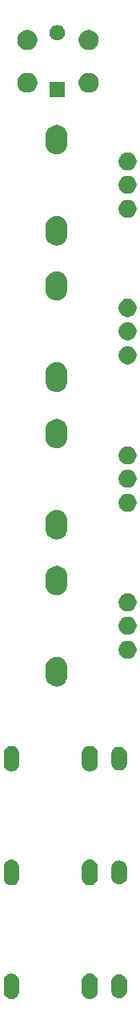
<source format=gbr>
G04 #@! TF.GenerationSoftware,KiCad,Pcbnew,(5.1.5)-3*
G04 #@! TF.CreationDate,2020-07-12T13:51:54+08:00*
G04 #@! TF.ProjectId,Kick-808,4b69636b-2d38-4303-982e-6b696361645f,rev?*
G04 #@! TF.SameCoordinates,Original*
G04 #@! TF.FileFunction,Soldermask,Top*
G04 #@! TF.FilePolarity,Negative*
%FSLAX46Y46*%
G04 Gerber Fmt 4.6, Leading zero omitted, Abs format (unit mm)*
G04 Created by KiCad (PCBNEW (5.1.5)-3) date 2020-07-12 13:51:54*
%MOMM*%
%LPD*%
G04 APERTURE LIST*
%ADD10C,0.100000*%
G04 APERTURE END LIST*
D10*
G36*
X130546822Y-148521313D02*
G01*
X130707241Y-148569976D01*
X130855077Y-148648995D01*
X130967024Y-148740868D01*
X130984659Y-148755341D01*
X131091004Y-148884922D01*
X131091005Y-148884924D01*
X131170024Y-149032758D01*
X131218687Y-149193177D01*
X131231000Y-149318196D01*
X131231000Y-150401803D01*
X131218687Y-150526823D01*
X131170024Y-150687242D01*
X131144456Y-150735076D01*
X131091004Y-150835078D01*
X130984659Y-150964659D01*
X130855078Y-151071004D01*
X130855076Y-151071005D01*
X130707242Y-151150024D01*
X130546823Y-151198687D01*
X130380000Y-151215117D01*
X130213178Y-151198687D01*
X130052759Y-151150024D01*
X129904925Y-151071005D01*
X129904923Y-151071004D01*
X129775342Y-150964659D01*
X129668997Y-150835078D01*
X129615545Y-150735076D01*
X129589977Y-150687242D01*
X129541314Y-150526823D01*
X129529001Y-150401804D01*
X129529000Y-149318197D01*
X129541313Y-149193178D01*
X129589976Y-149032759D01*
X129668995Y-148884923D01*
X129775341Y-148755341D01*
X129792978Y-148740867D01*
X129904922Y-148648996D01*
X129920310Y-148640771D01*
X130052758Y-148569976D01*
X130213177Y-148521313D01*
X130380000Y-148504883D01*
X130546822Y-148521313D01*
G37*
G36*
X122237022Y-148520590D02*
G01*
X122337681Y-148551125D01*
X122388012Y-148566392D01*
X122490761Y-148621313D01*
X122527164Y-148640771D01*
X122649133Y-148740867D01*
X122661011Y-148755341D01*
X122749229Y-148862835D01*
X122823608Y-149001987D01*
X122832942Y-149032758D01*
X122869410Y-149152977D01*
X122881000Y-149270655D01*
X122881000Y-150449345D01*
X122869410Y-150567023D01*
X122838875Y-150667682D01*
X122823608Y-150718013D01*
X122749229Y-150857165D01*
X122649133Y-150979133D01*
X122527165Y-151079229D01*
X122388013Y-151153608D01*
X122337682Y-151168875D01*
X122237023Y-151199410D01*
X122080000Y-151214875D01*
X121922978Y-151199410D01*
X121822319Y-151168875D01*
X121771988Y-151153608D01*
X121632836Y-151079229D01*
X121510868Y-150979133D01*
X121410772Y-150857165D01*
X121336393Y-150718013D01*
X121321126Y-150667682D01*
X121290591Y-150567023D01*
X121279001Y-150449345D01*
X121279000Y-149270656D01*
X121290590Y-149152978D01*
X121336392Y-149001989D01*
X121336392Y-149001988D01*
X121410771Y-148862836D01*
X121416922Y-148855341D01*
X121510867Y-148740867D01*
X121632835Y-148640771D01*
X121669238Y-148621313D01*
X121771987Y-148566392D01*
X121822318Y-148551125D01*
X121922977Y-148520590D01*
X122080000Y-148505125D01*
X122237022Y-148520590D01*
G37*
G36*
X133646822Y-148621313D02*
G01*
X133807241Y-148669976D01*
X133955077Y-148748995D01*
X134084659Y-148855341D01*
X134191004Y-148984922D01*
X134191005Y-148984924D01*
X134270024Y-149132758D01*
X134318687Y-149293177D01*
X134331000Y-149418196D01*
X134331000Y-150301803D01*
X134318687Y-150426822D01*
X134270024Y-150587242D01*
X134216574Y-150687239D01*
X134191004Y-150735078D01*
X134084659Y-150864659D01*
X133955078Y-150971004D01*
X133955076Y-150971005D01*
X133807242Y-151050024D01*
X133646823Y-151098687D01*
X133480000Y-151115117D01*
X133313178Y-151098687D01*
X133152759Y-151050024D01*
X133004925Y-150971005D01*
X133004923Y-150971004D01*
X132875342Y-150864659D01*
X132768997Y-150735078D01*
X132743427Y-150687239D01*
X132689977Y-150587242D01*
X132641314Y-150426823D01*
X132629000Y-150301803D01*
X132629000Y-149418197D01*
X132641313Y-149293178D01*
X132689976Y-149132759D01*
X132768995Y-148984923D01*
X132875341Y-148855341D01*
X132997191Y-148755341D01*
X133004922Y-148748996D01*
X133020130Y-148740867D01*
X133152758Y-148669976D01*
X133313177Y-148621313D01*
X133480000Y-148604883D01*
X133646822Y-148621313D01*
G37*
G36*
X130546822Y-136519313D02*
G01*
X130707241Y-136567976D01*
X130855077Y-136646995D01*
X130967024Y-136738868D01*
X130984659Y-136753341D01*
X131091004Y-136882922D01*
X131091005Y-136882924D01*
X131170024Y-137030758D01*
X131218687Y-137191177D01*
X131231000Y-137316196D01*
X131231000Y-138399803D01*
X131218687Y-138524823D01*
X131170024Y-138685242D01*
X131144456Y-138733076D01*
X131091004Y-138833078D01*
X130984659Y-138962659D01*
X130855078Y-139069004D01*
X130855076Y-139069005D01*
X130707242Y-139148024D01*
X130546823Y-139196687D01*
X130380000Y-139213117D01*
X130213178Y-139196687D01*
X130052759Y-139148024D01*
X129904925Y-139069005D01*
X129904923Y-139069004D01*
X129775342Y-138962659D01*
X129668997Y-138833078D01*
X129615545Y-138733076D01*
X129589977Y-138685242D01*
X129541314Y-138524823D01*
X129529001Y-138399804D01*
X129529000Y-137316197D01*
X129541313Y-137191178D01*
X129589976Y-137030759D01*
X129668995Y-136882923D01*
X129775341Y-136753341D01*
X129792978Y-136738867D01*
X129904922Y-136646996D01*
X129920310Y-136638771D01*
X130052758Y-136567976D01*
X130213177Y-136519313D01*
X130380000Y-136502883D01*
X130546822Y-136519313D01*
G37*
G36*
X122237022Y-136518590D02*
G01*
X122337681Y-136549125D01*
X122388012Y-136564392D01*
X122490761Y-136619313D01*
X122527164Y-136638771D01*
X122649133Y-136738867D01*
X122661011Y-136753341D01*
X122749229Y-136860835D01*
X122823608Y-136999987D01*
X122832942Y-137030758D01*
X122869410Y-137150977D01*
X122881000Y-137268655D01*
X122881000Y-138447345D01*
X122869410Y-138565023D01*
X122838875Y-138665682D01*
X122823608Y-138716013D01*
X122749229Y-138855165D01*
X122649133Y-138977133D01*
X122527165Y-139077229D01*
X122388013Y-139151608D01*
X122337682Y-139166875D01*
X122237023Y-139197410D01*
X122080000Y-139212875D01*
X121922978Y-139197410D01*
X121822319Y-139166875D01*
X121771988Y-139151608D01*
X121632836Y-139077229D01*
X121510868Y-138977133D01*
X121410772Y-138855165D01*
X121336393Y-138716013D01*
X121321126Y-138665682D01*
X121290591Y-138565023D01*
X121279001Y-138447345D01*
X121279000Y-137268656D01*
X121290590Y-137150978D01*
X121336392Y-136999989D01*
X121336392Y-136999988D01*
X121410771Y-136860836D01*
X121416922Y-136853341D01*
X121510867Y-136738867D01*
X121632835Y-136638771D01*
X121669238Y-136619313D01*
X121771987Y-136564392D01*
X121822318Y-136549125D01*
X121922977Y-136518590D01*
X122080000Y-136503125D01*
X122237022Y-136518590D01*
G37*
G36*
X133646822Y-136619313D02*
G01*
X133807241Y-136667976D01*
X133955077Y-136746995D01*
X134084659Y-136853341D01*
X134191004Y-136982922D01*
X134191005Y-136982924D01*
X134270024Y-137130758D01*
X134318687Y-137291177D01*
X134331000Y-137416196D01*
X134331000Y-138299803D01*
X134318687Y-138424822D01*
X134270024Y-138585242D01*
X134216574Y-138685239D01*
X134191004Y-138733078D01*
X134084659Y-138862659D01*
X133955078Y-138969004D01*
X133955076Y-138969005D01*
X133807242Y-139048024D01*
X133646823Y-139096687D01*
X133480000Y-139113117D01*
X133313178Y-139096687D01*
X133152759Y-139048024D01*
X133004925Y-138969005D01*
X133004923Y-138969004D01*
X132875342Y-138862659D01*
X132768997Y-138733078D01*
X132743427Y-138685239D01*
X132689977Y-138585242D01*
X132641314Y-138424823D01*
X132629000Y-138299803D01*
X132629000Y-137416197D01*
X132641313Y-137291178D01*
X132689976Y-137130759D01*
X132768995Y-136982923D01*
X132875341Y-136853341D01*
X132997191Y-136753341D01*
X133004922Y-136746996D01*
X133020130Y-136738867D01*
X133152758Y-136667976D01*
X133313177Y-136619313D01*
X133480000Y-136602883D01*
X133646822Y-136619313D01*
G37*
G36*
X130546822Y-124518313D02*
G01*
X130707241Y-124566976D01*
X130855077Y-124645995D01*
X130967024Y-124737868D01*
X130984659Y-124752341D01*
X131091004Y-124881922D01*
X131091005Y-124881924D01*
X131170024Y-125029758D01*
X131218687Y-125190177D01*
X131231000Y-125315196D01*
X131231000Y-126398803D01*
X131218687Y-126523823D01*
X131170024Y-126684242D01*
X131144456Y-126732076D01*
X131091004Y-126832078D01*
X130984659Y-126961659D01*
X130855078Y-127068004D01*
X130855076Y-127068005D01*
X130707242Y-127147024D01*
X130546823Y-127195687D01*
X130380000Y-127212117D01*
X130213178Y-127195687D01*
X130052759Y-127147024D01*
X129904925Y-127068005D01*
X129904923Y-127068004D01*
X129775342Y-126961659D01*
X129668997Y-126832078D01*
X129615545Y-126732076D01*
X129589977Y-126684242D01*
X129541314Y-126523823D01*
X129529001Y-126398804D01*
X129529000Y-125315197D01*
X129541313Y-125190178D01*
X129589976Y-125029759D01*
X129668995Y-124881923D01*
X129775341Y-124752341D01*
X129792978Y-124737867D01*
X129904922Y-124645996D01*
X129920310Y-124637771D01*
X130052758Y-124566976D01*
X130213177Y-124518313D01*
X130380000Y-124501883D01*
X130546822Y-124518313D01*
G37*
G36*
X122237022Y-124517590D02*
G01*
X122337681Y-124548125D01*
X122388012Y-124563392D01*
X122490761Y-124618313D01*
X122527164Y-124637771D01*
X122649133Y-124737867D01*
X122661011Y-124752341D01*
X122749229Y-124859835D01*
X122823608Y-124998987D01*
X122832942Y-125029758D01*
X122869410Y-125149977D01*
X122881000Y-125267655D01*
X122881000Y-126446345D01*
X122869410Y-126564023D01*
X122838875Y-126664682D01*
X122823608Y-126715013D01*
X122749229Y-126854165D01*
X122649133Y-126976133D01*
X122527165Y-127076229D01*
X122388013Y-127150608D01*
X122337682Y-127165875D01*
X122237023Y-127196410D01*
X122080000Y-127211875D01*
X121922978Y-127196410D01*
X121822319Y-127165875D01*
X121771988Y-127150608D01*
X121632836Y-127076229D01*
X121510868Y-126976133D01*
X121410772Y-126854165D01*
X121336393Y-126715013D01*
X121321126Y-126664682D01*
X121290591Y-126564023D01*
X121279001Y-126446345D01*
X121279000Y-125267656D01*
X121290590Y-125149978D01*
X121336392Y-124998989D01*
X121336392Y-124998988D01*
X121410771Y-124859836D01*
X121416922Y-124852341D01*
X121510867Y-124737867D01*
X121632835Y-124637771D01*
X121669238Y-124618313D01*
X121771987Y-124563392D01*
X121822318Y-124548125D01*
X121922977Y-124517590D01*
X122080000Y-124502125D01*
X122237022Y-124517590D01*
G37*
G36*
X133646822Y-124618313D02*
G01*
X133807241Y-124666976D01*
X133955077Y-124745995D01*
X134084659Y-124852341D01*
X134191004Y-124981922D01*
X134191005Y-124981924D01*
X134270024Y-125129758D01*
X134318687Y-125290177D01*
X134331000Y-125415196D01*
X134331000Y-126298803D01*
X134318687Y-126423822D01*
X134270024Y-126584242D01*
X134216574Y-126684239D01*
X134191004Y-126732078D01*
X134084659Y-126861659D01*
X133955078Y-126968004D01*
X133955076Y-126968005D01*
X133807242Y-127047024D01*
X133646823Y-127095687D01*
X133480000Y-127112117D01*
X133313178Y-127095687D01*
X133152759Y-127047024D01*
X133004925Y-126968005D01*
X133004923Y-126968004D01*
X132875342Y-126861659D01*
X132768997Y-126732078D01*
X132743427Y-126684239D01*
X132689977Y-126584242D01*
X132641314Y-126423823D01*
X132629000Y-126298803D01*
X132629000Y-125415197D01*
X132641313Y-125290178D01*
X132689976Y-125129759D01*
X132768995Y-124981923D01*
X132875341Y-124852341D01*
X132997191Y-124752341D01*
X133004922Y-124745996D01*
X133020130Y-124737867D01*
X133152758Y-124666976D01*
X133313177Y-124618313D01*
X133480000Y-124601883D01*
X133646822Y-124618313D01*
G37*
G36*
X127098634Y-115152654D02*
G01*
X127315599Y-115218470D01*
X127315601Y-115218471D01*
X127515553Y-115325347D01*
X127515555Y-115325348D01*
X127515554Y-115325348D01*
X127690818Y-115469182D01*
X127755652Y-115548183D01*
X127834653Y-115644445D01*
X127941529Y-115844398D01*
X128007346Y-116061366D01*
X128024000Y-116230455D01*
X128024000Y-117143544D01*
X128007346Y-117312634D01*
X127941529Y-117529602D01*
X127834653Y-117729555D01*
X127690818Y-117904818D01*
X127515555Y-118048653D01*
X127315602Y-118155529D01*
X127315600Y-118155530D01*
X127098635Y-118221346D01*
X126873000Y-118243569D01*
X126647366Y-118221346D01*
X126430401Y-118155530D01*
X126430399Y-118155529D01*
X126230446Y-118048653D01*
X126055183Y-117904818D01*
X125911347Y-117729554D01*
X125804471Y-117529602D01*
X125738654Y-117312634D01*
X125722000Y-117143545D01*
X125722000Y-116230456D01*
X125738654Y-116061367D01*
X125738654Y-116061366D01*
X125804470Y-115844401D01*
X125911348Y-115644446D01*
X126055182Y-115469182D01*
X126134183Y-115404348D01*
X126230445Y-115325347D01*
X126430398Y-115218471D01*
X126430400Y-115218470D01*
X126647365Y-115152654D01*
X126873000Y-115130431D01*
X127098634Y-115152654D01*
G37*
G36*
X134650405Y-113472546D02*
G01*
X134823476Y-113544234D01*
X134823477Y-113544235D01*
X134979237Y-113648310D01*
X135111700Y-113780773D01*
X135111701Y-113780775D01*
X135215776Y-113936534D01*
X135287464Y-114109605D01*
X135324010Y-114293333D01*
X135324010Y-114480667D01*
X135287464Y-114664395D01*
X135215776Y-114837466D01*
X135215775Y-114837467D01*
X135111700Y-114993227D01*
X134979237Y-115125690D01*
X134938882Y-115152654D01*
X134823476Y-115229766D01*
X134650405Y-115301454D01*
X134466677Y-115338000D01*
X134279343Y-115338000D01*
X134095615Y-115301454D01*
X133922544Y-115229766D01*
X133807138Y-115152654D01*
X133766783Y-115125690D01*
X133634320Y-114993227D01*
X133530245Y-114837467D01*
X133530244Y-114837466D01*
X133458556Y-114664395D01*
X133422010Y-114480667D01*
X133422010Y-114293333D01*
X133458556Y-114109605D01*
X133530244Y-113936534D01*
X133634319Y-113780775D01*
X133634320Y-113780773D01*
X133766783Y-113648310D01*
X133922543Y-113544235D01*
X133922544Y-113544234D01*
X134095615Y-113472546D01*
X134279343Y-113436000D01*
X134466677Y-113436000D01*
X134650405Y-113472546D01*
G37*
G36*
X134650405Y-110932546D02*
G01*
X134823476Y-111004234D01*
X134823477Y-111004235D01*
X134979237Y-111108310D01*
X135111700Y-111240773D01*
X135111701Y-111240775D01*
X135215776Y-111396534D01*
X135287464Y-111569605D01*
X135324010Y-111753333D01*
X135324010Y-111940667D01*
X135287464Y-112124395D01*
X135215776Y-112297466D01*
X135215775Y-112297467D01*
X135111700Y-112453227D01*
X134979237Y-112585690D01*
X134900828Y-112638081D01*
X134823476Y-112689766D01*
X134650405Y-112761454D01*
X134466677Y-112798000D01*
X134279343Y-112798000D01*
X134095615Y-112761454D01*
X133922544Y-112689766D01*
X133845192Y-112638081D01*
X133766783Y-112585690D01*
X133634320Y-112453227D01*
X133530245Y-112297467D01*
X133530244Y-112297466D01*
X133458556Y-112124395D01*
X133422010Y-111940667D01*
X133422010Y-111753333D01*
X133458556Y-111569605D01*
X133530244Y-111396534D01*
X133634319Y-111240775D01*
X133634320Y-111240773D01*
X133766783Y-111108310D01*
X133922543Y-111004235D01*
X133922544Y-111004234D01*
X134095615Y-110932546D01*
X134279343Y-110896000D01*
X134466677Y-110896000D01*
X134650405Y-110932546D01*
G37*
G36*
X134650405Y-108472546D02*
G01*
X134823476Y-108544234D01*
X134900828Y-108595919D01*
X134979237Y-108648310D01*
X135111700Y-108780773D01*
X135111701Y-108780775D01*
X135215776Y-108936534D01*
X135287464Y-109109605D01*
X135324010Y-109293333D01*
X135324010Y-109480667D01*
X135287464Y-109664395D01*
X135215776Y-109837466D01*
X135215775Y-109837467D01*
X135111700Y-109993227D01*
X134979237Y-110125690D01*
X134900828Y-110178081D01*
X134823476Y-110229766D01*
X134650405Y-110301454D01*
X134466677Y-110338000D01*
X134279343Y-110338000D01*
X134095615Y-110301454D01*
X133922544Y-110229766D01*
X133845192Y-110178081D01*
X133766783Y-110125690D01*
X133634320Y-109993227D01*
X133530245Y-109837467D01*
X133530244Y-109837466D01*
X133458556Y-109664395D01*
X133422010Y-109480667D01*
X133422010Y-109293333D01*
X133458556Y-109109605D01*
X133530244Y-108936534D01*
X133634319Y-108780775D01*
X133634320Y-108780773D01*
X133766783Y-108648310D01*
X133845192Y-108595919D01*
X133922544Y-108544234D01*
X134095615Y-108472546D01*
X134279343Y-108436000D01*
X134466677Y-108436000D01*
X134650405Y-108472546D01*
G37*
G36*
X127098634Y-105552654D02*
G01*
X127315599Y-105618470D01*
X127315601Y-105618471D01*
X127515553Y-105725347D01*
X127515555Y-105725348D01*
X127515554Y-105725348D01*
X127690818Y-105869182D01*
X127755652Y-105948183D01*
X127834653Y-106044445D01*
X127941529Y-106244398D01*
X128007346Y-106461366D01*
X128024000Y-106630455D01*
X128024000Y-107543544D01*
X128007346Y-107712634D01*
X127941529Y-107929602D01*
X127834653Y-108129555D01*
X127690818Y-108304818D01*
X127515555Y-108448653D01*
X127315602Y-108555529D01*
X127315600Y-108555530D01*
X127098635Y-108621346D01*
X126873000Y-108643569D01*
X126647366Y-108621346D01*
X126430401Y-108555530D01*
X126430399Y-108555529D01*
X126230446Y-108448653D01*
X126055183Y-108304818D01*
X125911347Y-108129554D01*
X125804471Y-107929602D01*
X125738654Y-107712634D01*
X125722000Y-107543545D01*
X125722000Y-106630456D01*
X125738654Y-106461367D01*
X125738654Y-106461366D01*
X125804470Y-106244401D01*
X125911348Y-106044446D01*
X126055182Y-105869182D01*
X126134183Y-105804348D01*
X126230445Y-105725347D01*
X126430398Y-105618471D01*
X126430400Y-105618470D01*
X126647365Y-105552654D01*
X126873000Y-105530431D01*
X127098634Y-105552654D01*
G37*
G36*
X127098634Y-99658654D02*
G01*
X127315599Y-99724470D01*
X127315601Y-99724471D01*
X127515553Y-99831347D01*
X127515555Y-99831348D01*
X127515554Y-99831348D01*
X127690818Y-99975182D01*
X127755652Y-100054183D01*
X127834653Y-100150445D01*
X127941529Y-100350398D01*
X128007346Y-100567366D01*
X128024000Y-100736455D01*
X128024000Y-101649544D01*
X128007346Y-101818634D01*
X127941529Y-102035602D01*
X127834653Y-102235555D01*
X127690818Y-102410818D01*
X127515555Y-102554653D01*
X127315602Y-102661529D01*
X127315600Y-102661530D01*
X127098635Y-102727346D01*
X126873000Y-102749569D01*
X126647366Y-102727346D01*
X126430401Y-102661530D01*
X126430399Y-102661529D01*
X126230446Y-102554653D01*
X126055183Y-102410818D01*
X125911347Y-102235554D01*
X125804471Y-102035602D01*
X125738654Y-101818634D01*
X125722000Y-101649545D01*
X125722000Y-100736456D01*
X125738654Y-100567367D01*
X125738654Y-100567366D01*
X125804470Y-100350401D01*
X125911348Y-100150446D01*
X126055182Y-99975182D01*
X126134183Y-99910348D01*
X126230445Y-99831347D01*
X126430398Y-99724471D01*
X126430400Y-99724470D01*
X126647365Y-99658654D01*
X126873000Y-99636431D01*
X127098634Y-99658654D01*
G37*
G36*
X134650405Y-97978546D02*
G01*
X134823476Y-98050234D01*
X134823477Y-98050235D01*
X134979237Y-98154310D01*
X135111700Y-98286773D01*
X135111701Y-98286775D01*
X135215776Y-98442534D01*
X135287464Y-98615605D01*
X135324010Y-98799333D01*
X135324010Y-98986667D01*
X135287464Y-99170395D01*
X135215776Y-99343466D01*
X135215775Y-99343467D01*
X135111700Y-99499227D01*
X134979237Y-99631690D01*
X134938882Y-99658654D01*
X134823476Y-99735766D01*
X134650405Y-99807454D01*
X134466677Y-99844000D01*
X134279343Y-99844000D01*
X134095615Y-99807454D01*
X133922544Y-99735766D01*
X133807138Y-99658654D01*
X133766783Y-99631690D01*
X133634320Y-99499227D01*
X133530245Y-99343467D01*
X133530244Y-99343466D01*
X133458556Y-99170395D01*
X133422010Y-98986667D01*
X133422010Y-98799333D01*
X133458556Y-98615605D01*
X133530244Y-98442534D01*
X133634319Y-98286775D01*
X133634320Y-98286773D01*
X133766783Y-98154310D01*
X133922543Y-98050235D01*
X133922544Y-98050234D01*
X134095615Y-97978546D01*
X134279343Y-97942000D01*
X134466677Y-97942000D01*
X134650405Y-97978546D01*
G37*
G36*
X134650405Y-95438546D02*
G01*
X134823476Y-95510234D01*
X134823477Y-95510235D01*
X134979237Y-95614310D01*
X135111700Y-95746773D01*
X135111701Y-95746775D01*
X135215776Y-95902534D01*
X135287464Y-96075605D01*
X135324010Y-96259333D01*
X135324010Y-96446667D01*
X135287464Y-96630395D01*
X135215776Y-96803466D01*
X135215775Y-96803467D01*
X135111700Y-96959227D01*
X134979237Y-97091690D01*
X134900828Y-97144081D01*
X134823476Y-97195766D01*
X134650405Y-97267454D01*
X134466677Y-97304000D01*
X134279343Y-97304000D01*
X134095615Y-97267454D01*
X133922544Y-97195766D01*
X133845192Y-97144081D01*
X133766783Y-97091690D01*
X133634320Y-96959227D01*
X133530245Y-96803467D01*
X133530244Y-96803466D01*
X133458556Y-96630395D01*
X133422010Y-96446667D01*
X133422010Y-96259333D01*
X133458556Y-96075605D01*
X133530244Y-95902534D01*
X133634319Y-95746775D01*
X133634320Y-95746773D01*
X133766783Y-95614310D01*
X133922543Y-95510235D01*
X133922544Y-95510234D01*
X134095615Y-95438546D01*
X134279343Y-95402000D01*
X134466677Y-95402000D01*
X134650405Y-95438546D01*
G37*
G36*
X134650405Y-92978546D02*
G01*
X134823476Y-93050234D01*
X134900828Y-93101919D01*
X134979237Y-93154310D01*
X135111700Y-93286773D01*
X135111701Y-93286775D01*
X135215776Y-93442534D01*
X135287464Y-93615605D01*
X135324010Y-93799333D01*
X135324010Y-93986667D01*
X135287464Y-94170395D01*
X135215776Y-94343466D01*
X135215775Y-94343467D01*
X135111700Y-94499227D01*
X134979237Y-94631690D01*
X134900828Y-94684081D01*
X134823476Y-94735766D01*
X134650405Y-94807454D01*
X134466677Y-94844000D01*
X134279343Y-94844000D01*
X134095615Y-94807454D01*
X133922544Y-94735766D01*
X133845192Y-94684081D01*
X133766783Y-94631690D01*
X133634320Y-94499227D01*
X133530245Y-94343467D01*
X133530244Y-94343466D01*
X133458556Y-94170395D01*
X133422010Y-93986667D01*
X133422010Y-93799333D01*
X133458556Y-93615605D01*
X133530244Y-93442534D01*
X133634319Y-93286775D01*
X133634320Y-93286773D01*
X133766783Y-93154310D01*
X133845192Y-93101919D01*
X133922544Y-93050234D01*
X134095615Y-92978546D01*
X134279343Y-92942000D01*
X134466677Y-92942000D01*
X134650405Y-92978546D01*
G37*
G36*
X127098634Y-90058654D02*
G01*
X127315599Y-90124470D01*
X127315601Y-90124471D01*
X127515553Y-90231347D01*
X127515555Y-90231348D01*
X127515554Y-90231348D01*
X127690818Y-90375182D01*
X127755652Y-90454183D01*
X127834653Y-90550445D01*
X127941529Y-90750398D01*
X128007346Y-90967366D01*
X128024000Y-91136455D01*
X128024000Y-92049544D01*
X128007346Y-92218634D01*
X127941529Y-92435602D01*
X127834653Y-92635555D01*
X127690818Y-92810818D01*
X127515555Y-92954653D01*
X127315602Y-93061529D01*
X127315600Y-93061530D01*
X127098635Y-93127346D01*
X126873000Y-93149569D01*
X126647366Y-93127346D01*
X126430401Y-93061530D01*
X126430399Y-93061529D01*
X126230446Y-92954653D01*
X126055183Y-92810818D01*
X125911347Y-92635554D01*
X125804471Y-92435602D01*
X125738654Y-92218634D01*
X125722000Y-92049545D01*
X125722000Y-91136456D01*
X125738654Y-90967367D01*
X125738654Y-90967366D01*
X125804470Y-90750401D01*
X125911348Y-90550446D01*
X126055182Y-90375182D01*
X126134183Y-90310348D01*
X126230445Y-90231347D01*
X126430398Y-90124471D01*
X126430400Y-90124470D01*
X126647365Y-90058654D01*
X126873000Y-90036431D01*
X127098634Y-90058654D01*
G37*
G36*
X127098634Y-84101154D02*
G01*
X127315599Y-84166970D01*
X127315601Y-84166971D01*
X127515553Y-84273847D01*
X127515555Y-84273848D01*
X127515554Y-84273848D01*
X127690818Y-84417682D01*
X127755652Y-84496683D01*
X127834653Y-84592945D01*
X127941529Y-84792898D01*
X128007346Y-85009866D01*
X128024000Y-85178955D01*
X128024000Y-86092044D01*
X128007346Y-86261134D01*
X127941529Y-86478102D01*
X127834653Y-86678055D01*
X127690818Y-86853318D01*
X127515555Y-86997153D01*
X127315602Y-87104029D01*
X127315600Y-87104030D01*
X127098635Y-87169846D01*
X126873000Y-87192069D01*
X126647366Y-87169846D01*
X126430401Y-87104030D01*
X126430399Y-87104029D01*
X126230446Y-86997153D01*
X126055183Y-86853318D01*
X125911347Y-86678054D01*
X125804471Y-86478102D01*
X125738654Y-86261134D01*
X125722000Y-86092045D01*
X125722000Y-85178956D01*
X125738654Y-85009867D01*
X125738654Y-85009866D01*
X125804470Y-84792901D01*
X125911348Y-84592946D01*
X126055182Y-84417682D01*
X126134183Y-84352848D01*
X126230445Y-84273847D01*
X126430398Y-84166971D01*
X126430400Y-84166970D01*
X126647365Y-84101154D01*
X126873000Y-84078931D01*
X127098634Y-84101154D01*
G37*
G36*
X134650405Y-82421046D02*
G01*
X134823476Y-82492734D01*
X134823477Y-82492735D01*
X134979237Y-82596810D01*
X135111700Y-82729273D01*
X135111701Y-82729275D01*
X135215776Y-82885034D01*
X135287464Y-83058105D01*
X135324010Y-83241833D01*
X135324010Y-83429167D01*
X135287464Y-83612895D01*
X135215776Y-83785966D01*
X135215775Y-83785967D01*
X135111700Y-83941727D01*
X134979237Y-84074190D01*
X134938882Y-84101154D01*
X134823476Y-84178266D01*
X134650405Y-84249954D01*
X134466677Y-84286500D01*
X134279343Y-84286500D01*
X134095615Y-84249954D01*
X133922544Y-84178266D01*
X133807138Y-84101154D01*
X133766783Y-84074190D01*
X133634320Y-83941727D01*
X133530245Y-83785967D01*
X133530244Y-83785966D01*
X133458556Y-83612895D01*
X133422010Y-83429167D01*
X133422010Y-83241833D01*
X133458556Y-83058105D01*
X133530244Y-82885034D01*
X133634319Y-82729275D01*
X133634320Y-82729273D01*
X133766783Y-82596810D01*
X133922543Y-82492735D01*
X133922544Y-82492734D01*
X134095615Y-82421046D01*
X134279343Y-82384500D01*
X134466677Y-82384500D01*
X134650405Y-82421046D01*
G37*
G36*
X134650405Y-79881046D02*
G01*
X134823476Y-79952734D01*
X134823477Y-79952735D01*
X134979237Y-80056810D01*
X135111700Y-80189273D01*
X135111701Y-80189275D01*
X135215776Y-80345034D01*
X135287464Y-80518105D01*
X135324010Y-80701833D01*
X135324010Y-80889167D01*
X135287464Y-81072895D01*
X135215776Y-81245966D01*
X135215775Y-81245967D01*
X135111700Y-81401727D01*
X134979237Y-81534190D01*
X134900828Y-81586581D01*
X134823476Y-81638266D01*
X134650405Y-81709954D01*
X134466677Y-81746500D01*
X134279343Y-81746500D01*
X134095615Y-81709954D01*
X133922544Y-81638266D01*
X133845192Y-81586581D01*
X133766783Y-81534190D01*
X133634320Y-81401727D01*
X133530245Y-81245967D01*
X133530244Y-81245966D01*
X133458556Y-81072895D01*
X133422010Y-80889167D01*
X133422010Y-80701833D01*
X133458556Y-80518105D01*
X133530244Y-80345034D01*
X133634319Y-80189275D01*
X133634320Y-80189273D01*
X133766783Y-80056810D01*
X133922543Y-79952735D01*
X133922544Y-79952734D01*
X134095615Y-79881046D01*
X134279343Y-79844500D01*
X134466677Y-79844500D01*
X134650405Y-79881046D01*
G37*
G36*
X134650405Y-77421046D02*
G01*
X134823476Y-77492734D01*
X134900828Y-77544419D01*
X134979237Y-77596810D01*
X135111700Y-77729273D01*
X135111701Y-77729275D01*
X135215776Y-77885034D01*
X135287464Y-78058105D01*
X135324010Y-78241833D01*
X135324010Y-78429167D01*
X135287464Y-78612895D01*
X135215776Y-78785966D01*
X135215775Y-78785967D01*
X135111700Y-78941727D01*
X134979237Y-79074190D01*
X134900828Y-79126581D01*
X134823476Y-79178266D01*
X134650405Y-79249954D01*
X134466677Y-79286500D01*
X134279343Y-79286500D01*
X134095615Y-79249954D01*
X133922544Y-79178266D01*
X133845192Y-79126581D01*
X133766783Y-79074190D01*
X133634320Y-78941727D01*
X133530245Y-78785967D01*
X133530244Y-78785966D01*
X133458556Y-78612895D01*
X133422010Y-78429167D01*
X133422010Y-78241833D01*
X133458556Y-78058105D01*
X133530244Y-77885034D01*
X133634319Y-77729275D01*
X133634320Y-77729273D01*
X133766783Y-77596810D01*
X133845192Y-77544419D01*
X133922544Y-77492734D01*
X134095615Y-77421046D01*
X134279343Y-77384500D01*
X134466677Y-77384500D01*
X134650405Y-77421046D01*
G37*
G36*
X127098634Y-74501154D02*
G01*
X127315599Y-74566970D01*
X127315601Y-74566971D01*
X127515553Y-74673847D01*
X127515555Y-74673848D01*
X127515554Y-74673848D01*
X127690818Y-74817682D01*
X127755652Y-74896683D01*
X127834653Y-74992945D01*
X127941529Y-75192898D01*
X128007346Y-75409866D01*
X128024000Y-75578955D01*
X128024000Y-76492044D01*
X128007346Y-76661134D01*
X127941529Y-76878102D01*
X127834653Y-77078055D01*
X127690818Y-77253318D01*
X127515555Y-77397153D01*
X127315602Y-77504029D01*
X127315600Y-77504030D01*
X127098635Y-77569846D01*
X126873000Y-77592069D01*
X126647366Y-77569846D01*
X126430401Y-77504030D01*
X126430399Y-77504029D01*
X126230446Y-77397153D01*
X126055183Y-77253318D01*
X125911347Y-77078054D01*
X125804471Y-76878102D01*
X125738654Y-76661134D01*
X125722000Y-76492045D01*
X125722000Y-75578956D01*
X125738654Y-75409867D01*
X125738654Y-75409866D01*
X125804470Y-75192901D01*
X125911348Y-74992946D01*
X126055182Y-74817682D01*
X126134183Y-74752848D01*
X126230445Y-74673847D01*
X126430398Y-74566971D01*
X126430400Y-74566970D01*
X126647365Y-74501154D01*
X126873000Y-74478931D01*
X127098634Y-74501154D01*
G37*
G36*
X127098634Y-68670654D02*
G01*
X127315599Y-68736470D01*
X127315601Y-68736471D01*
X127515553Y-68843347D01*
X127515555Y-68843348D01*
X127515554Y-68843348D01*
X127690818Y-68987182D01*
X127755652Y-69066183D01*
X127834653Y-69162445D01*
X127941529Y-69362398D01*
X128007346Y-69579366D01*
X128024000Y-69748455D01*
X128024000Y-70661544D01*
X128007346Y-70830634D01*
X127941529Y-71047602D01*
X127834653Y-71247555D01*
X127690818Y-71422818D01*
X127515555Y-71566653D01*
X127315602Y-71673529D01*
X127315600Y-71673530D01*
X127098635Y-71739346D01*
X126873000Y-71761569D01*
X126647366Y-71739346D01*
X126430401Y-71673530D01*
X126430399Y-71673529D01*
X126230446Y-71566653D01*
X126055183Y-71422818D01*
X125911347Y-71247554D01*
X125804471Y-71047602D01*
X125738654Y-70830634D01*
X125722000Y-70661545D01*
X125722000Y-69748456D01*
X125738654Y-69579367D01*
X125738654Y-69579366D01*
X125804470Y-69362401D01*
X125911348Y-69162446D01*
X126055182Y-68987182D01*
X126134183Y-68922348D01*
X126230445Y-68843347D01*
X126430398Y-68736471D01*
X126430400Y-68736470D01*
X126647365Y-68670654D01*
X126873000Y-68648431D01*
X127098634Y-68670654D01*
G37*
G36*
X134650405Y-66990546D02*
G01*
X134823476Y-67062234D01*
X134823477Y-67062235D01*
X134979237Y-67166310D01*
X135111700Y-67298773D01*
X135111701Y-67298775D01*
X135215776Y-67454534D01*
X135287464Y-67627605D01*
X135324010Y-67811333D01*
X135324010Y-67998667D01*
X135287464Y-68182395D01*
X135215776Y-68355466D01*
X135215775Y-68355467D01*
X135111700Y-68511227D01*
X134979237Y-68643690D01*
X134938882Y-68670654D01*
X134823476Y-68747766D01*
X134650405Y-68819454D01*
X134466677Y-68856000D01*
X134279343Y-68856000D01*
X134095615Y-68819454D01*
X133922544Y-68747766D01*
X133807138Y-68670654D01*
X133766783Y-68643690D01*
X133634320Y-68511227D01*
X133530245Y-68355467D01*
X133530244Y-68355466D01*
X133458556Y-68182395D01*
X133422010Y-67998667D01*
X133422010Y-67811333D01*
X133458556Y-67627605D01*
X133530244Y-67454534D01*
X133634319Y-67298775D01*
X133634320Y-67298773D01*
X133766783Y-67166310D01*
X133922543Y-67062235D01*
X133922544Y-67062234D01*
X134095615Y-66990546D01*
X134279343Y-66954000D01*
X134466677Y-66954000D01*
X134650405Y-66990546D01*
G37*
G36*
X134650405Y-64450546D02*
G01*
X134823476Y-64522234D01*
X134823477Y-64522235D01*
X134979237Y-64626310D01*
X135111700Y-64758773D01*
X135111701Y-64758775D01*
X135215776Y-64914534D01*
X135287464Y-65087605D01*
X135324010Y-65271333D01*
X135324010Y-65458667D01*
X135287464Y-65642395D01*
X135215776Y-65815466D01*
X135215775Y-65815467D01*
X135111700Y-65971227D01*
X134979237Y-66103690D01*
X134900828Y-66156081D01*
X134823476Y-66207766D01*
X134650405Y-66279454D01*
X134466677Y-66316000D01*
X134279343Y-66316000D01*
X134095615Y-66279454D01*
X133922544Y-66207766D01*
X133845192Y-66156081D01*
X133766783Y-66103690D01*
X133634320Y-65971227D01*
X133530245Y-65815467D01*
X133530244Y-65815466D01*
X133458556Y-65642395D01*
X133422010Y-65458667D01*
X133422010Y-65271333D01*
X133458556Y-65087605D01*
X133530244Y-64914534D01*
X133634319Y-64758775D01*
X133634320Y-64758773D01*
X133766783Y-64626310D01*
X133922543Y-64522235D01*
X133922544Y-64522234D01*
X134095615Y-64450546D01*
X134279343Y-64414000D01*
X134466677Y-64414000D01*
X134650405Y-64450546D01*
G37*
G36*
X134650405Y-61990546D02*
G01*
X134823476Y-62062234D01*
X134900828Y-62113919D01*
X134979237Y-62166310D01*
X135111700Y-62298773D01*
X135111701Y-62298775D01*
X135215776Y-62454534D01*
X135287464Y-62627605D01*
X135324010Y-62811333D01*
X135324010Y-62998667D01*
X135287464Y-63182395D01*
X135215776Y-63355466D01*
X135215775Y-63355467D01*
X135111700Y-63511227D01*
X134979237Y-63643690D01*
X134900828Y-63696081D01*
X134823476Y-63747766D01*
X134650405Y-63819454D01*
X134466677Y-63856000D01*
X134279343Y-63856000D01*
X134095615Y-63819454D01*
X133922544Y-63747766D01*
X133845192Y-63696081D01*
X133766783Y-63643690D01*
X133634320Y-63511227D01*
X133530245Y-63355467D01*
X133530244Y-63355466D01*
X133458556Y-63182395D01*
X133422010Y-62998667D01*
X133422010Y-62811333D01*
X133458556Y-62627605D01*
X133530244Y-62454534D01*
X133634319Y-62298775D01*
X133634320Y-62298773D01*
X133766783Y-62166310D01*
X133845192Y-62113919D01*
X133922544Y-62062234D01*
X134095615Y-61990546D01*
X134279343Y-61954000D01*
X134466677Y-61954000D01*
X134650405Y-61990546D01*
G37*
G36*
X127098634Y-59070654D02*
G01*
X127315599Y-59136470D01*
X127315601Y-59136471D01*
X127515553Y-59243347D01*
X127515555Y-59243348D01*
X127515554Y-59243348D01*
X127690818Y-59387182D01*
X127755652Y-59466183D01*
X127834653Y-59562445D01*
X127941529Y-59762398D01*
X128007346Y-59979366D01*
X128024000Y-60148455D01*
X128024000Y-61061544D01*
X128007346Y-61230634D01*
X127941529Y-61447602D01*
X127834653Y-61647555D01*
X127690818Y-61822818D01*
X127515555Y-61966653D01*
X127315602Y-62073529D01*
X127315600Y-62073530D01*
X127098635Y-62139346D01*
X126873000Y-62161569D01*
X126647366Y-62139346D01*
X126430401Y-62073530D01*
X126430399Y-62073529D01*
X126230446Y-61966653D01*
X126055183Y-61822818D01*
X125911347Y-61647554D01*
X125804471Y-61447602D01*
X125738654Y-61230634D01*
X125722000Y-61061545D01*
X125722000Y-60148456D01*
X125738654Y-59979367D01*
X125738654Y-59979366D01*
X125804470Y-59762401D01*
X125911348Y-59562446D01*
X126055182Y-59387182D01*
X126134183Y-59322348D01*
X126230445Y-59243347D01*
X126430398Y-59136471D01*
X126430400Y-59136470D01*
X126647365Y-59070654D01*
X126873000Y-59048431D01*
X127098634Y-59070654D01*
G37*
G36*
X127749000Y-56121500D02*
G01*
X126123000Y-56121500D01*
X126123000Y-54495500D01*
X127749000Y-54495500D01*
X127749000Y-56121500D01*
G37*
G36*
X130567564Y-53590889D02*
G01*
X130758833Y-53670115D01*
X130758835Y-53670116D01*
X130930973Y-53785135D01*
X131077365Y-53931527D01*
X131192385Y-54103667D01*
X131271611Y-54294936D01*
X131312000Y-54497984D01*
X131312000Y-54705016D01*
X131271611Y-54908064D01*
X131192385Y-55099333D01*
X131192384Y-55099335D01*
X131077365Y-55271473D01*
X130930973Y-55417865D01*
X130758835Y-55532884D01*
X130758834Y-55532885D01*
X130758833Y-55532885D01*
X130567564Y-55612111D01*
X130364516Y-55652500D01*
X130157484Y-55652500D01*
X129954436Y-55612111D01*
X129763167Y-55532885D01*
X129763166Y-55532885D01*
X129763165Y-55532884D01*
X129591027Y-55417865D01*
X129444635Y-55271473D01*
X129329616Y-55099335D01*
X129329615Y-55099333D01*
X129250389Y-54908064D01*
X129210000Y-54705016D01*
X129210000Y-54497984D01*
X129250389Y-54294936D01*
X129329615Y-54103667D01*
X129444635Y-53931527D01*
X129591027Y-53785135D01*
X129763165Y-53670116D01*
X129763167Y-53670115D01*
X129954436Y-53590889D01*
X130157484Y-53550500D01*
X130364516Y-53550500D01*
X130567564Y-53590889D01*
G37*
G36*
X124067564Y-53590889D02*
G01*
X124258833Y-53670115D01*
X124258835Y-53670116D01*
X124430973Y-53785135D01*
X124577365Y-53931527D01*
X124692385Y-54103667D01*
X124771611Y-54294936D01*
X124812000Y-54497984D01*
X124812000Y-54705016D01*
X124771611Y-54908064D01*
X124692385Y-55099333D01*
X124692384Y-55099335D01*
X124577365Y-55271473D01*
X124430973Y-55417865D01*
X124258835Y-55532884D01*
X124258834Y-55532885D01*
X124258833Y-55532885D01*
X124067564Y-55612111D01*
X123864516Y-55652500D01*
X123657484Y-55652500D01*
X123454436Y-55612111D01*
X123263167Y-55532885D01*
X123263166Y-55532885D01*
X123263165Y-55532884D01*
X123091027Y-55417865D01*
X122944635Y-55271473D01*
X122829616Y-55099335D01*
X122829615Y-55099333D01*
X122750389Y-54908064D01*
X122710000Y-54705016D01*
X122710000Y-54497984D01*
X122750389Y-54294936D01*
X122829615Y-54103667D01*
X122944635Y-53931527D01*
X123091027Y-53785135D01*
X123263165Y-53670116D01*
X123263167Y-53670115D01*
X123454436Y-53590889D01*
X123657484Y-53550500D01*
X123864516Y-53550500D01*
X124067564Y-53590889D01*
G37*
G36*
X124067564Y-49090889D02*
G01*
X124258833Y-49170115D01*
X124258835Y-49170116D01*
X124392495Y-49259425D01*
X124430973Y-49285135D01*
X124577365Y-49431527D01*
X124692385Y-49603667D01*
X124771611Y-49794936D01*
X124812000Y-49997984D01*
X124812000Y-50205016D01*
X124771611Y-50408064D01*
X124692385Y-50599333D01*
X124692384Y-50599335D01*
X124577365Y-50771473D01*
X124430973Y-50917865D01*
X124258835Y-51032884D01*
X124258834Y-51032885D01*
X124258833Y-51032885D01*
X124067564Y-51112111D01*
X123864516Y-51152500D01*
X123657484Y-51152500D01*
X123454436Y-51112111D01*
X123263167Y-51032885D01*
X123263166Y-51032885D01*
X123263165Y-51032884D01*
X123091027Y-50917865D01*
X122944635Y-50771473D01*
X122829616Y-50599335D01*
X122829615Y-50599333D01*
X122750389Y-50408064D01*
X122710000Y-50205016D01*
X122710000Y-49997984D01*
X122750389Y-49794936D01*
X122829615Y-49603667D01*
X122944635Y-49431527D01*
X123091027Y-49285135D01*
X123129505Y-49259425D01*
X123263165Y-49170116D01*
X123263167Y-49170115D01*
X123454436Y-49090889D01*
X123657484Y-49050500D01*
X123864516Y-49050500D01*
X124067564Y-49090889D01*
G37*
G36*
X130567564Y-49090889D02*
G01*
X130758833Y-49170115D01*
X130758835Y-49170116D01*
X130892495Y-49259425D01*
X130930973Y-49285135D01*
X131077365Y-49431527D01*
X131192385Y-49603667D01*
X131271611Y-49794936D01*
X131312000Y-49997984D01*
X131312000Y-50205016D01*
X131271611Y-50408064D01*
X131192385Y-50599333D01*
X131192384Y-50599335D01*
X131077365Y-50771473D01*
X130930973Y-50917865D01*
X130758835Y-51032884D01*
X130758834Y-51032885D01*
X130758833Y-51032885D01*
X130567564Y-51112111D01*
X130364516Y-51152500D01*
X130157484Y-51152500D01*
X129954436Y-51112111D01*
X129763167Y-51032885D01*
X129763166Y-51032885D01*
X129763165Y-51032884D01*
X129591027Y-50917865D01*
X129444635Y-50771473D01*
X129329616Y-50599335D01*
X129329615Y-50599333D01*
X129250389Y-50408064D01*
X129210000Y-50205016D01*
X129210000Y-49997984D01*
X129250389Y-49794936D01*
X129329615Y-49603667D01*
X129444635Y-49431527D01*
X129591027Y-49285135D01*
X129629505Y-49259425D01*
X129763165Y-49170116D01*
X129763167Y-49170115D01*
X129954436Y-49090889D01*
X130157484Y-49050500D01*
X130364516Y-49050500D01*
X130567564Y-49090889D01*
G37*
G36*
X127173142Y-48557742D02*
G01*
X127321101Y-48619029D01*
X127454255Y-48707999D01*
X127567501Y-48821245D01*
X127656471Y-48954399D01*
X127717758Y-49102358D01*
X127749000Y-49259425D01*
X127749000Y-49419575D01*
X127717758Y-49576642D01*
X127656471Y-49724601D01*
X127567501Y-49857755D01*
X127454255Y-49971001D01*
X127321101Y-50059971D01*
X127173142Y-50121258D01*
X127016075Y-50152500D01*
X126855925Y-50152500D01*
X126698858Y-50121258D01*
X126550899Y-50059971D01*
X126417745Y-49971001D01*
X126304499Y-49857755D01*
X126215529Y-49724601D01*
X126154242Y-49576642D01*
X126123000Y-49419575D01*
X126123000Y-49259425D01*
X126154242Y-49102358D01*
X126215529Y-48954399D01*
X126304499Y-48821245D01*
X126417745Y-48707999D01*
X126550899Y-48619029D01*
X126698858Y-48557742D01*
X126855925Y-48526500D01*
X127016075Y-48526500D01*
X127173142Y-48557742D01*
G37*
M02*

</source>
